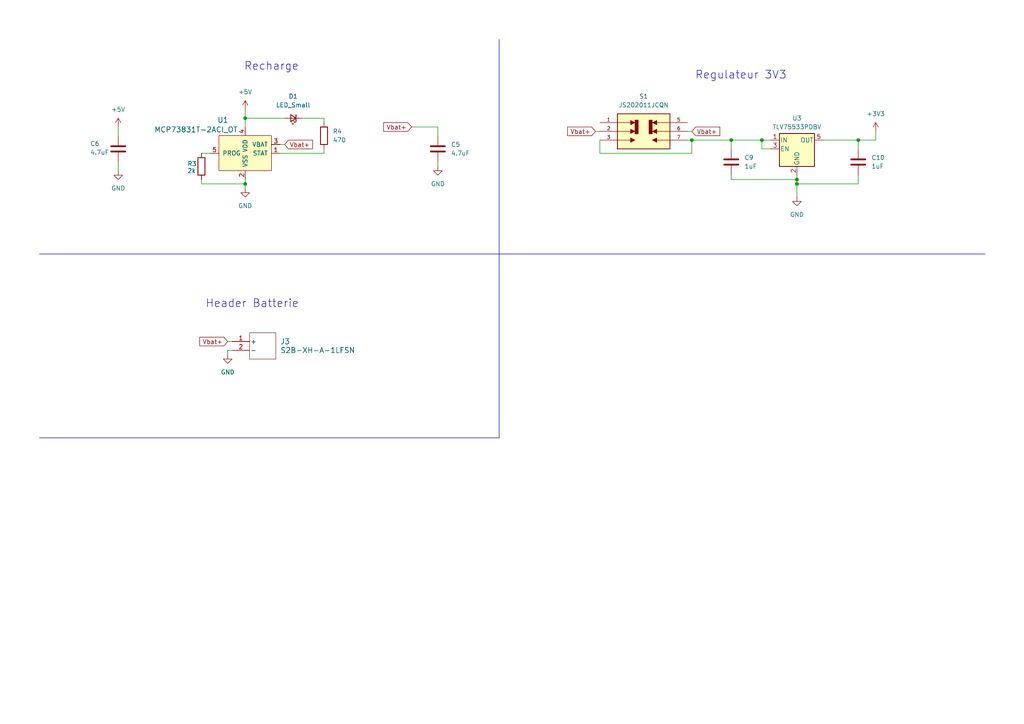
<source format=kicad_sch>
(kicad_sch
	(version 20231120)
	(generator "eeschema")
	(generator_version "8.0")
	(uuid "bc7ede68-612d-433f-943d-4b6a4b3eb8f7")
	(paper "A4")
	(lib_symbols
		(symbol "Device:C"
			(pin_numbers hide)
			(pin_names
				(offset 0.254)
			)
			(exclude_from_sim no)
			(in_bom yes)
			(on_board yes)
			(property "Reference" "C"
				(at 0.635 2.54 0)
				(effects
					(font
						(size 1.27 1.27)
					)
					(justify left)
				)
			)
			(property "Value" "C"
				(at 0.635 -2.54 0)
				(effects
					(font
						(size 1.27 1.27)
					)
					(justify left)
				)
			)
			(property "Footprint" ""
				(at 0.9652 -3.81 0)
				(effects
					(font
						(size 1.27 1.27)
					)
					(hide yes)
				)
			)
			(property "Datasheet" "~"
				(at 0 0 0)
				(effects
					(font
						(size 1.27 1.27)
					)
					(hide yes)
				)
			)
			(property "Description" "Unpolarized capacitor"
				(at 0 0 0)
				(effects
					(font
						(size 1.27 1.27)
					)
					(hide yes)
				)
			)
			(property "ki_keywords" "cap capacitor"
				(at 0 0 0)
				(effects
					(font
						(size 1.27 1.27)
					)
					(hide yes)
				)
			)
			(property "ki_fp_filters" "C_*"
				(at 0 0 0)
				(effects
					(font
						(size 1.27 1.27)
					)
					(hide yes)
				)
			)
			(symbol "C_0_1"
				(polyline
					(pts
						(xy -2.032 -0.762) (xy 2.032 -0.762)
					)
					(stroke
						(width 0.508)
						(type default)
					)
					(fill
						(type none)
					)
				)
				(polyline
					(pts
						(xy -2.032 0.762) (xy 2.032 0.762)
					)
					(stroke
						(width 0.508)
						(type default)
					)
					(fill
						(type none)
					)
				)
			)
			(symbol "C_1_1"
				(pin passive line
					(at 0 3.81 270)
					(length 2.794)
					(name "~"
						(effects
							(font
								(size 1.27 1.27)
							)
						)
					)
					(number "1"
						(effects
							(font
								(size 1.27 1.27)
							)
						)
					)
				)
				(pin passive line
					(at 0 -3.81 90)
					(length 2.794)
					(name "~"
						(effects
							(font
								(size 1.27 1.27)
							)
						)
					)
					(number "2"
						(effects
							(font
								(size 1.27 1.27)
							)
						)
					)
				)
			)
		)
		(symbol "Device:LED_Small"
			(pin_numbers hide)
			(pin_names
				(offset 0.254) hide)
			(exclude_from_sim no)
			(in_bom yes)
			(on_board yes)
			(property "Reference" "D"
				(at -1.27 3.175 0)
				(effects
					(font
						(size 1.27 1.27)
					)
					(justify left)
				)
			)
			(property "Value" "LED_Small"
				(at -4.445 -2.54 0)
				(effects
					(font
						(size 1.27 1.27)
					)
					(justify left)
				)
			)
			(property "Footprint" ""
				(at 0 0 90)
				(effects
					(font
						(size 1.27 1.27)
					)
					(hide yes)
				)
			)
			(property "Datasheet" "~"
				(at 0 0 90)
				(effects
					(font
						(size 1.27 1.27)
					)
					(hide yes)
				)
			)
			(property "Description" "Light emitting diode, small symbol"
				(at 0 0 0)
				(effects
					(font
						(size 1.27 1.27)
					)
					(hide yes)
				)
			)
			(property "ki_keywords" "LED diode light-emitting-diode"
				(at 0 0 0)
				(effects
					(font
						(size 1.27 1.27)
					)
					(hide yes)
				)
			)
			(property "ki_fp_filters" "LED* LED_SMD:* LED_THT:*"
				(at 0 0 0)
				(effects
					(font
						(size 1.27 1.27)
					)
					(hide yes)
				)
			)
			(symbol "LED_Small_0_1"
				(polyline
					(pts
						(xy -0.762 -1.016) (xy -0.762 1.016)
					)
					(stroke
						(width 0.254)
						(type default)
					)
					(fill
						(type none)
					)
				)
				(polyline
					(pts
						(xy 1.016 0) (xy -0.762 0)
					)
					(stroke
						(width 0)
						(type default)
					)
					(fill
						(type none)
					)
				)
				(polyline
					(pts
						(xy 0.762 -1.016) (xy -0.762 0) (xy 0.762 1.016) (xy 0.762 -1.016)
					)
					(stroke
						(width 0.254)
						(type default)
					)
					(fill
						(type none)
					)
				)
				(polyline
					(pts
						(xy 0 0.762) (xy -0.508 1.27) (xy -0.254 1.27) (xy -0.508 1.27) (xy -0.508 1.016)
					)
					(stroke
						(width 0)
						(type default)
					)
					(fill
						(type none)
					)
				)
				(polyline
					(pts
						(xy 0.508 1.27) (xy 0 1.778) (xy 0.254 1.778) (xy 0 1.778) (xy 0 1.524)
					)
					(stroke
						(width 0)
						(type default)
					)
					(fill
						(type none)
					)
				)
			)
			(symbol "LED_Small_1_1"
				(pin passive line
					(at -2.54 0 0)
					(length 1.778)
					(name "K"
						(effects
							(font
								(size 1.27 1.27)
							)
						)
					)
					(number "1"
						(effects
							(font
								(size 1.27 1.27)
							)
						)
					)
				)
				(pin passive line
					(at 2.54 0 180)
					(length 1.778)
					(name "A"
						(effects
							(font
								(size 1.27 1.27)
							)
						)
					)
					(number "2"
						(effects
							(font
								(size 1.27 1.27)
							)
						)
					)
				)
			)
		)
		(symbol "Device:R"
			(pin_numbers hide)
			(pin_names
				(offset 0)
			)
			(exclude_from_sim no)
			(in_bom yes)
			(on_board yes)
			(property "Reference" "R"
				(at 2.032 0 90)
				(effects
					(font
						(size 1.27 1.27)
					)
				)
			)
			(property "Value" "R"
				(at 0 0 90)
				(effects
					(font
						(size 1.27 1.27)
					)
				)
			)
			(property "Footprint" ""
				(at -1.778 0 90)
				(effects
					(font
						(size 1.27 1.27)
					)
					(hide yes)
				)
			)
			(property "Datasheet" "~"
				(at 0 0 0)
				(effects
					(font
						(size 1.27 1.27)
					)
					(hide yes)
				)
			)
			(property "Description" "Resistor"
				(at 0 0 0)
				(effects
					(font
						(size 1.27 1.27)
					)
					(hide yes)
				)
			)
			(property "ki_keywords" "R res resistor"
				(at 0 0 0)
				(effects
					(font
						(size 1.27 1.27)
					)
					(hide yes)
				)
			)
			(property "ki_fp_filters" "R_*"
				(at 0 0 0)
				(effects
					(font
						(size 1.27 1.27)
					)
					(hide yes)
				)
			)
			(symbol "R_0_1"
				(rectangle
					(start -1.016 -2.54)
					(end 1.016 2.54)
					(stroke
						(width 0.254)
						(type default)
					)
					(fill
						(type none)
					)
				)
			)
			(symbol "R_1_1"
				(pin passive line
					(at 0 3.81 270)
					(length 1.27)
					(name "~"
						(effects
							(font
								(size 1.27 1.27)
							)
						)
					)
					(number "1"
						(effects
							(font
								(size 1.27 1.27)
							)
						)
					)
				)
				(pin passive line
					(at 0 -3.81 90)
					(length 1.27)
					(name "~"
						(effects
							(font
								(size 1.27 1.27)
							)
						)
					)
					(number "2"
						(effects
							(font
								(size 1.27 1.27)
							)
						)
					)
				)
			)
		)
		(symbol "JS202011JCQN:JS202011JCQN"
			(pin_names
				(offset 1.016)
			)
			(exclude_from_sim no)
			(in_bom yes)
			(on_board yes)
			(property "Reference" "S"
				(at -7.62 6.35 0)
				(effects
					(font
						(size 1.27 1.27)
					)
					(justify left bottom)
				)
			)
			(property "Value" "JS202011JCQN"
				(at -7.62 -6.35 0)
				(effects
					(font
						(size 1.27 1.27)
					)
					(justify left top)
				)
			)
			(property "Footprint" "JS202011JCQN:SW_JS202011JCQN"
				(at 0 0 0)
				(effects
					(font
						(size 1.27 1.27)
					)
					(justify bottom)
					(hide yes)
				)
			)
			(property "Datasheet" ""
				(at 0 0 0)
				(effects
					(font
						(size 1.27 1.27)
					)
					(hide yes)
				)
			)
			(property "Description" ""
				(at 0 0 0)
				(effects
					(font
						(size 1.27 1.27)
					)
					(hide yes)
				)
			)
			(property "PARTREV" "11 Nov 19"
				(at 0 0 0)
				(effects
					(font
						(size 1.27 1.27)
					)
					(justify bottom)
					(hide yes)
				)
			)
			(property "MANUFACTURER" "C&K"
				(at 0 0 0)
				(effects
					(font
						(size 1.27 1.27)
					)
					(justify bottom)
					(hide yes)
				)
			)
			(property "MAXIMUM_PACKAGE_HEIGHT" "5.6 mm"
				(at 0 0 0)
				(effects
					(font
						(size 1.27 1.27)
					)
					(justify bottom)
					(hide yes)
				)
			)
			(property "STANDARD" "Manufacturer Recommendations"
				(at 0 0 0)
				(effects
					(font
						(size 1.27 1.27)
					)
					(justify bottom)
					(hide yes)
				)
			)
			(symbol "JS202011JCQN_0_0"
				(rectangle
					(start -7.62 -5.08)
					(end 7.62 5.08)
					(stroke
						(width 0.254)
						(type default)
					)
					(fill
						(type background)
					)
				)
				(polyline
					(pts
						(xy -7.62 -2.54) (xy -3.81 -2.54)
					)
					(stroke
						(width 0.1524)
						(type default)
					)
					(fill
						(type none)
					)
				)
				(polyline
					(pts
						(xy -7.62 0) (xy -3.81 0)
					)
					(stroke
						(width 0.1524)
						(type default)
					)
					(fill
						(type none)
					)
				)
				(polyline
					(pts
						(xy -7.62 2.54) (xy -3.81 2.54)
					)
					(stroke
						(width 0.1524)
						(type default)
					)
					(fill
						(type none)
					)
				)
				(polyline
					(pts
						(xy 7.62 -2.54) (xy 3.81 -2.54)
					)
					(stroke
						(width 0.1524)
						(type default)
					)
					(fill
						(type none)
					)
				)
				(polyline
					(pts
						(xy 7.62 0) (xy 3.81 0)
					)
					(stroke
						(width 0.1524)
						(type default)
					)
					(fill
						(type none)
					)
				)
				(polyline
					(pts
						(xy 7.62 2.54) (xy 3.81 2.54)
					)
					(stroke
						(width 0.1524)
						(type default)
					)
					(fill
						(type none)
					)
				)
				(polyline
					(pts
						(xy -3.81 -1.905) (xy -3.81 -3.175) (xy -2.54 -2.54) (xy -3.81 -1.905)
					)
					(stroke
						(width 0.1524)
						(type default)
					)
					(fill
						(type outline)
					)
				)
				(polyline
					(pts
						(xy -3.81 0.635) (xy -3.81 -0.635) (xy -2.54 0) (xy -3.81 0.635)
					)
					(stroke
						(width 0.1524)
						(type default)
					)
					(fill
						(type outline)
					)
				)
				(polyline
					(pts
						(xy -3.81 3.175) (xy -3.81 1.905) (xy -2.54 2.54) (xy -3.81 3.175)
					)
					(stroke
						(width 0.1524)
						(type default)
					)
					(fill
						(type outline)
					)
				)
				(polyline
					(pts
						(xy 3.81 -3.175) (xy 3.81 -1.905) (xy 2.54 -2.54) (xy 3.81 -3.175)
					)
					(stroke
						(width 0.1524)
						(type default)
					)
					(fill
						(type outline)
					)
				)
				(polyline
					(pts
						(xy 3.81 -0.635) (xy 3.81 0.635) (xy 2.54 0) (xy 3.81 -0.635)
					)
					(stroke
						(width 0.1524)
						(type default)
					)
					(fill
						(type outline)
					)
				)
				(polyline
					(pts
						(xy 3.81 1.905) (xy 3.81 3.175) (xy 2.54 2.54) (xy 3.81 1.905)
					)
					(stroke
						(width 0.1524)
						(type default)
					)
					(fill
						(type outline)
					)
				)
				(polyline
					(pts
						(xy -2.54 3.302) (xy -2.54 -0.762) (xy -1.524 -0.762) (xy -1.524 3.302) (xy -2.54 3.302)
					)
					(stroke
						(width 0.0254)
						(type default)
					)
					(fill
						(type outline)
					)
				)
				(polyline
					(pts
						(xy 1.524 3.302) (xy 1.524 -0.762) (xy 2.54 -0.762) (xy 2.54 3.302) (xy 1.524 3.302)
					)
					(stroke
						(width 0.0254)
						(type default)
					)
					(fill
						(type outline)
					)
				)
				(pin passive line
					(at -12.7 2.54 0)
					(length 5.08)
					(name "~"
						(effects
							(font
								(size 1.016 1.016)
							)
						)
					)
					(number "1"
						(effects
							(font
								(size 1.016 1.016)
							)
						)
					)
				)
				(pin passive line
					(at -12.7 0 0)
					(length 5.08)
					(name "~"
						(effects
							(font
								(size 1.016 1.016)
							)
						)
					)
					(number "2"
						(effects
							(font
								(size 1.016 1.016)
							)
						)
					)
				)
				(pin passive line
					(at -12.7 -2.54 0)
					(length 5.08)
					(name "~"
						(effects
							(font
								(size 1.016 1.016)
							)
						)
					)
					(number "3"
						(effects
							(font
								(size 1.016 1.016)
							)
						)
					)
				)
				(pin passive line
					(at 12.7 2.54 180)
					(length 5.08)
					(name "~"
						(effects
							(font
								(size 1.016 1.016)
							)
						)
					)
					(number "5"
						(effects
							(font
								(size 1.016 1.016)
							)
						)
					)
				)
				(pin passive line
					(at 12.7 0 180)
					(length 5.08)
					(name "~"
						(effects
							(font
								(size 1.016 1.016)
							)
						)
					)
					(number "6"
						(effects
							(font
								(size 1.016 1.016)
							)
						)
					)
				)
				(pin passive line
					(at 12.7 -2.54 180)
					(length 5.08)
					(name "~"
						(effects
							(font
								(size 1.016 1.016)
							)
						)
					)
					(number "7"
						(effects
							(font
								(size 1.016 1.016)
							)
						)
					)
				)
			)
		)
		(symbol "Regulator_Linear:TLV75533PDBV"
			(pin_names
				(offset 0.254)
			)
			(exclude_from_sim no)
			(in_bom yes)
			(on_board yes)
			(property "Reference" "U"
				(at -3.81 5.715 0)
				(effects
					(font
						(size 1.27 1.27)
					)
				)
			)
			(property "Value" "TLV75533PDBV"
				(at 0 5.715 0)
				(effects
					(font
						(size 1.27 1.27)
					)
					(justify left)
				)
			)
			(property "Footprint" "Package_TO_SOT_SMD:SOT-23-5"
				(at 0 8.255 0)
				(effects
					(font
						(size 1.27 1.27)
						(italic yes)
					)
					(hide yes)
				)
			)
			(property "Datasheet" "http://www.ti.com/lit/ds/symlink/tlv755p.pdf"
				(at 0 1.27 0)
				(effects
					(font
						(size 1.27 1.27)
					)
					(hide yes)
				)
			)
			(property "Description" "500mA Low Dropout Voltage Regulator, Fixed Output 3.3V, SOT-23-5"
				(at 0 0 0)
				(effects
					(font
						(size 1.27 1.27)
					)
					(hide yes)
				)
			)
			(property "ki_keywords" "LDO Regulator Fixed Positive"
				(at 0 0 0)
				(effects
					(font
						(size 1.27 1.27)
					)
					(hide yes)
				)
			)
			(property "ki_fp_filters" "SOT?23*"
				(at 0 0 0)
				(effects
					(font
						(size 1.27 1.27)
					)
					(hide yes)
				)
			)
			(symbol "TLV75533PDBV_0_1"
				(rectangle
					(start -5.08 4.445)
					(end 5.08 -5.08)
					(stroke
						(width 0.254)
						(type default)
					)
					(fill
						(type background)
					)
				)
			)
			(symbol "TLV75533PDBV_1_1"
				(pin power_in line
					(at -7.62 2.54 0)
					(length 2.54)
					(name "IN"
						(effects
							(font
								(size 1.27 1.27)
							)
						)
					)
					(number "1"
						(effects
							(font
								(size 1.27 1.27)
							)
						)
					)
				)
				(pin power_in line
					(at 0 -7.62 90)
					(length 2.54)
					(name "GND"
						(effects
							(font
								(size 1.27 1.27)
							)
						)
					)
					(number "2"
						(effects
							(font
								(size 1.27 1.27)
							)
						)
					)
				)
				(pin input line
					(at -7.62 0 0)
					(length 2.54)
					(name "EN"
						(effects
							(font
								(size 1.27 1.27)
							)
						)
					)
					(number "3"
						(effects
							(font
								(size 1.27 1.27)
							)
						)
					)
				)
				(pin no_connect line
					(at 5.08 0 180)
					(length 2.54) hide
					(name "NC"
						(effects
							(font
								(size 1.27 1.27)
							)
						)
					)
					(number "4"
						(effects
							(font
								(size 1.27 1.27)
							)
						)
					)
				)
				(pin power_out line
					(at 7.62 2.54 180)
					(length 2.54)
					(name "OUT"
						(effects
							(font
								(size 1.27 1.27)
							)
						)
					)
					(number "5"
						(effects
							(font
								(size 1.27 1.27)
							)
						)
					)
				)
			)
		)
		(symbol "S2B-XH-A-1:S2B-XH-A-1LFSN"
			(pin_names
				(offset 0.254)
			)
			(exclude_from_sim no)
			(in_bom yes)
			(on_board yes)
			(property "Reference" "J"
				(at 8.89 6.35 0)
				(effects
					(font
						(size 1.524 1.524)
					)
				)
			)
			(property "Value" "S2B-XH-A-1LFSN"
				(at 0 6.096 0)
				(effects
					(font
						(size 1.524 1.524)
					)
				)
			)
			(property "Footprint" "Connector_JST:JST_XH_S2B-XH-A-1_1x02_P2.50mm_Horizontal"
				(at 0.254 6.35 0)
				(effects
					(font
						(size 1.27 1.27)
						(italic yes)
					)
					(hide yes)
				)
			)
			(property "Datasheet" "S2B-XH-A-1LFSN"
				(at 0.508 6.096 0)
				(effects
					(font
						(size 1.27 1.27)
						(italic yes)
					)
					(hide yes)
				)
			)
			(property "Description" ""
				(at 0 0 0)
				(effects
					(font
						(size 1.27 1.27)
					)
					(hide yes)
				)
			)
			(property "ki_keywords" "S2B-XH-A-1(LF)(SN)"
				(at 0 0 0)
				(effects
					(font
						(size 1.27 1.27)
					)
					(hide yes)
				)
			)
			(property "ki_fp_filters" "CONN_S2B-XH-A-1LFSN_JST"
				(at 0 0 0)
				(effects
					(font
						(size 1.27 1.27)
					)
					(hide yes)
				)
			)
			(symbol "S2B-XH-A-1LFSN_1_1"
				(polyline
					(pts
						(xy 5.08 -5.08) (xy 12.7 -5.08)
					)
					(stroke
						(width 0.127)
						(type default)
					)
					(fill
						(type none)
					)
				)
				(polyline
					(pts
						(xy 5.08 2.54) (xy 5.08 -5.08)
					)
					(stroke
						(width 0.127)
						(type default)
					)
					(fill
						(type none)
					)
				)
				(polyline
					(pts
						(xy 12.7 -5.08) (xy 12.7 2.54)
					)
					(stroke
						(width 0.127)
						(type default)
					)
					(fill
						(type none)
					)
				)
				(polyline
					(pts
						(xy 12.7 2.54) (xy 5.08 2.54)
					)
					(stroke
						(width 0.127)
						(type default)
					)
					(fill
						(type none)
					)
				)
				(pin unspecified line
					(at 0 0 0)
					(length 5.08)
					(name "+"
						(effects
							(font
								(size 1.27 1.27)
							)
						)
					)
					(number "1"
						(effects
							(font
								(size 1.27 1.27)
							)
						)
					)
				)
				(pin unspecified line
					(at 0 -2.54 0)
					(length 5.08)
					(name "-"
						(effects
							(font
								(size 1.27 1.27)
							)
						)
					)
					(number "2"
						(effects
							(font
								(size 1.27 1.27)
							)
						)
					)
				)
			)
			(symbol "S2B-XH-A-1LFSN_1_2"
				(polyline
					(pts
						(xy 5.08 -5.08) (xy 12.7 -5.08)
					)
					(stroke
						(width 0.127)
						(type default)
					)
					(fill
						(type none)
					)
				)
				(polyline
					(pts
						(xy 5.08 2.54) (xy 5.08 -5.08)
					)
					(stroke
						(width 0.127)
						(type default)
					)
					(fill
						(type none)
					)
				)
				(polyline
					(pts
						(xy 7.62 -2.54) (xy 5.08 -2.54)
					)
					(stroke
						(width 0.127)
						(type default)
					)
					(fill
						(type none)
					)
				)
				(polyline
					(pts
						(xy 7.62 -2.54) (xy 8.89 -3.3867)
					)
					(stroke
						(width 0.127)
						(type default)
					)
					(fill
						(type none)
					)
				)
				(polyline
					(pts
						(xy 7.62 -2.54) (xy 8.89 -1.6933)
					)
					(stroke
						(width 0.127)
						(type default)
					)
					(fill
						(type none)
					)
				)
				(polyline
					(pts
						(xy 7.62 0) (xy 5.08 0)
					)
					(stroke
						(width 0.127)
						(type default)
					)
					(fill
						(type none)
					)
				)
				(polyline
					(pts
						(xy 7.62 0) (xy 8.89 -0.8467)
					)
					(stroke
						(width 0.127)
						(type default)
					)
					(fill
						(type none)
					)
				)
				(polyline
					(pts
						(xy 7.62 0) (xy 8.89 0.8467)
					)
					(stroke
						(width 0.127)
						(type default)
					)
					(fill
						(type none)
					)
				)
				(polyline
					(pts
						(xy 12.7 -5.08) (xy 12.7 2.54)
					)
					(stroke
						(width 0.127)
						(type default)
					)
					(fill
						(type none)
					)
				)
				(polyline
					(pts
						(xy 12.7 2.54) (xy 5.08 2.54)
					)
					(stroke
						(width 0.127)
						(type default)
					)
					(fill
						(type none)
					)
				)
				(pin unspecified line
					(at 0 0 0)
					(length 5.08)
					(name "1"
						(effects
							(font
								(size 1.27 1.27)
							)
						)
					)
					(number "1"
						(effects
							(font
								(size 1.27 1.27)
							)
						)
					)
				)
				(pin unspecified line
					(at 0 -2.54 0)
					(length 5.08)
					(name "2"
						(effects
							(font
								(size 1.27 1.27)
							)
						)
					)
					(number "2"
						(effects
							(font
								(size 1.27 1.27)
							)
						)
					)
				)
			)
		)
		(symbol "dk_PMIC-Battery-Chargers:MCP73831T-2ACI_OT"
			(pin_names
				(offset 1.016)
			)
			(exclude_from_sim no)
			(in_bom yes)
			(on_board yes)
			(property "Reference" "U"
				(at -5.08 3.556 0)
				(effects
					(font
						(size 1.524 1.524)
					)
					(justify right)
				)
			)
			(property "Value" "MCP73831T-2ACI_OT"
				(at 0.254 -8.89 0)
				(effects
					(font
						(size 1.524 1.524)
					)
					(justify left)
				)
			)
			(property "Footprint" "digikey-footprints:SOT-753"
				(at 5.08 5.08 0)
				(effects
					(font
						(size 1.524 1.524)
					)
					(justify left)
					(hide yes)
				)
			)
			(property "Datasheet" "http://ww1.microchip.com/downloads/en/DeviceDoc/20001984g.pdf"
				(at 5.08 7.62 0)
				(effects
					(font
						(size 1.524 1.524)
					)
					(justify left)
					(hide yes)
				)
			)
			(property "Description" "IC CONTROLLR LI-ION 4.2V SOT23-5"
				(at 5.08 25.4 0)
				(effects
					(font
						(size 1.524 1.524)
					)
					(justify left)
					(hide yes)
				)
			)
			(property "Digi-Key_PN" "MCP73831T-2ACI/OTCT-ND"
				(at 5.08 10.16 0)
				(effects
					(font
						(size 1.524 1.524)
					)
					(justify left)
					(hide yes)
				)
			)
			(property "MPN" "MCP73831T-2ACI/OT"
				(at 5.08 12.7 0)
				(effects
					(font
						(size 1.524 1.524)
					)
					(justify left)
					(hide yes)
				)
			)
			(property "Category" "Integrated Circuits (ICs)"
				(at 5.08 15.24 0)
				(effects
					(font
						(size 1.524 1.524)
					)
					(justify left)
					(hide yes)
				)
			)
			(property "Family" "PMIC - Battery Chargers"
				(at 5.08 17.78 0)
				(effects
					(font
						(size 1.524 1.524)
					)
					(justify left)
					(hide yes)
				)
			)
			(property "DK_Datasheet_Link" "http://ww1.microchip.com/downloads/en/DeviceDoc/20001984g.pdf"
				(at 5.08 20.32 0)
				(effects
					(font
						(size 1.524 1.524)
					)
					(justify left)
					(hide yes)
				)
			)
			(property "DK_Detail_Page" "/product-detail/en/microchip-technology/MCP73831T-2ACI-OT/MCP73831T-2ACI-OTCT-ND/1979802"
				(at 5.08 22.86 0)
				(effects
					(font
						(size 1.524 1.524)
					)
					(justify left)
					(hide yes)
				)
			)
			(property "Manufacturer" "Microchip Technology"
				(at 5.08 27.94 0)
				(effects
					(font
						(size 1.524 1.524)
					)
					(justify left)
					(hide yes)
				)
			)
			(property "Status" "Active"
				(at 5.08 30.48 0)
				(effects
					(font
						(size 1.524 1.524)
					)
					(justify left)
					(hide yes)
				)
			)
			(property "ki_keywords" "MCP73831T-2ACI/OTCT-ND"
				(at 0 0 0)
				(effects
					(font
						(size 1.27 1.27)
					)
					(hide yes)
				)
			)
			(symbol "MCP73831T-2ACI_OT_0_1"
				(rectangle
					(start 7.62 2.54)
					(end -7.62 -7.62)
					(stroke
						(width 0)
						(type default)
					)
					(fill
						(type background)
					)
				)
			)
			(symbol "MCP73831T-2ACI_OT_1_1"
				(pin output line
					(at 10.16 -2.54 180)
					(length 2.54)
					(name "STAT"
						(effects
							(font
								(size 1.27 1.27)
							)
						)
					)
					(number "1"
						(effects
							(font
								(size 1.27 1.27)
							)
						)
					)
				)
				(pin power_in line
					(at 0 -10.16 90)
					(length 2.54)
					(name "VSS"
						(effects
							(font
								(size 1.27 1.27)
							)
						)
					)
					(number "2"
						(effects
							(font
								(size 1.27 1.27)
							)
						)
					)
				)
				(pin power_out line
					(at 10.16 0 180)
					(length 2.54)
					(name "VBAT"
						(effects
							(font
								(size 1.27 1.27)
							)
						)
					)
					(number "3"
						(effects
							(font
								(size 1.27 1.27)
							)
						)
					)
				)
				(pin power_in line
					(at 0 5.08 270)
					(length 2.54)
					(name "VDD"
						(effects
							(font
								(size 1.27 1.27)
							)
						)
					)
					(number "4"
						(effects
							(font
								(size 1.27 1.27)
							)
						)
					)
				)
				(pin input line
					(at -10.16 -2.54 0)
					(length 2.54)
					(name "PROG"
						(effects
							(font
								(size 1.27 1.27)
							)
						)
					)
					(number "5"
						(effects
							(font
								(size 1.27 1.27)
							)
						)
					)
				)
			)
		)
		(symbol "power:+3V3"
			(power)
			(pin_numbers hide)
			(pin_names
				(offset 0) hide)
			(exclude_from_sim no)
			(in_bom yes)
			(on_board yes)
			(property "Reference" "#PWR"
				(at 0 -3.81 0)
				(effects
					(font
						(size 1.27 1.27)
					)
					(hide yes)
				)
			)
			(property "Value" "+3V3"
				(at 0 3.556 0)
				(effects
					(font
						(size 1.27 1.27)
					)
				)
			)
			(property "Footprint" ""
				(at 0 0 0)
				(effects
					(font
						(size 1.27 1.27)
					)
					(hide yes)
				)
			)
			(property "Datasheet" ""
				(at 0 0 0)
				(effects
					(font
						(size 1.27 1.27)
					)
					(hide yes)
				)
			)
			(property "Description" "Power symbol creates a global label with name \"+3V3\""
				(at 0 0 0)
				(effects
					(font
						(size 1.27 1.27)
					)
					(hide yes)
				)
			)
			(property "ki_keywords" "global power"
				(at 0 0 0)
				(effects
					(font
						(size 1.27 1.27)
					)
					(hide yes)
				)
			)
			(symbol "+3V3_0_1"
				(polyline
					(pts
						(xy -0.762 1.27) (xy 0 2.54)
					)
					(stroke
						(width 0)
						(type default)
					)
					(fill
						(type none)
					)
				)
				(polyline
					(pts
						(xy 0 0) (xy 0 2.54)
					)
					(stroke
						(width 0)
						(type default)
					)
					(fill
						(type none)
					)
				)
				(polyline
					(pts
						(xy 0 2.54) (xy 0.762 1.27)
					)
					(stroke
						(width 0)
						(type default)
					)
					(fill
						(type none)
					)
				)
			)
			(symbol "+3V3_1_1"
				(pin power_in line
					(at 0 0 90)
					(length 0)
					(name "~"
						(effects
							(font
								(size 1.27 1.27)
							)
						)
					)
					(number "1"
						(effects
							(font
								(size 1.27 1.27)
							)
						)
					)
				)
			)
		)
		(symbol "power:+5V"
			(power)
			(pin_numbers hide)
			(pin_names
				(offset 0) hide)
			(exclude_from_sim no)
			(in_bom yes)
			(on_board yes)
			(property "Reference" "#PWR"
				(at 0 -3.81 0)
				(effects
					(font
						(size 1.27 1.27)
					)
					(hide yes)
				)
			)
			(property "Value" "+5V"
				(at 0 3.556 0)
				(effects
					(font
						(size 1.27 1.27)
					)
				)
			)
			(property "Footprint" ""
				(at 0 0 0)
				(effects
					(font
						(size 1.27 1.27)
					)
					(hide yes)
				)
			)
			(property "Datasheet" ""
				(at 0 0 0)
				(effects
					(font
						(size 1.27 1.27)
					)
					(hide yes)
				)
			)
			(property "Description" "Power symbol creates a global label with name \"+5V\""
				(at 0 0 0)
				(effects
					(font
						(size 1.27 1.27)
					)
					(hide yes)
				)
			)
			(property "ki_keywords" "global power"
				(at 0 0 0)
				(effects
					(font
						(size 1.27 1.27)
					)
					(hide yes)
				)
			)
			(symbol "+5V_0_1"
				(polyline
					(pts
						(xy -0.762 1.27) (xy 0 2.54)
					)
					(stroke
						(width 0)
						(type default)
					)
					(fill
						(type none)
					)
				)
				(polyline
					(pts
						(xy 0 0) (xy 0 2.54)
					)
					(stroke
						(width 0)
						(type default)
					)
					(fill
						(type none)
					)
				)
				(polyline
					(pts
						(xy 0 2.54) (xy 0.762 1.27)
					)
					(stroke
						(width 0)
						(type default)
					)
					(fill
						(type none)
					)
				)
			)
			(symbol "+5V_1_1"
				(pin power_in line
					(at 0 0 90)
					(length 0)
					(name "~"
						(effects
							(font
								(size 1.27 1.27)
							)
						)
					)
					(number "1"
						(effects
							(font
								(size 1.27 1.27)
							)
						)
					)
				)
			)
		)
		(symbol "power:GND"
			(power)
			(pin_numbers hide)
			(pin_names
				(offset 0) hide)
			(exclude_from_sim no)
			(in_bom yes)
			(on_board yes)
			(property "Reference" "#PWR"
				(at 0 -6.35 0)
				(effects
					(font
						(size 1.27 1.27)
					)
					(hide yes)
				)
			)
			(property "Value" "GND"
				(at 0 -3.81 0)
				(effects
					(font
						(size 1.27 1.27)
					)
				)
			)
			(property "Footprint" ""
				(at 0 0 0)
				(effects
					(font
						(size 1.27 1.27)
					)
					(hide yes)
				)
			)
			(property "Datasheet" ""
				(at 0 0 0)
				(effects
					(font
						(size 1.27 1.27)
					)
					(hide yes)
				)
			)
			(property "Description" "Power symbol creates a global label with name \"GND\" , ground"
				(at 0 0 0)
				(effects
					(font
						(size 1.27 1.27)
					)
					(hide yes)
				)
			)
			(property "ki_keywords" "global power"
				(at 0 0 0)
				(effects
					(font
						(size 1.27 1.27)
					)
					(hide yes)
				)
			)
			(symbol "GND_0_1"
				(polyline
					(pts
						(xy 0 0) (xy 0 -1.27) (xy 1.27 -1.27) (xy 0 -2.54) (xy -1.27 -1.27) (xy 0 -1.27)
					)
					(stroke
						(width 0)
						(type default)
					)
					(fill
						(type none)
					)
				)
			)
			(symbol "GND_1_1"
				(pin power_in line
					(at 0 0 270)
					(length 0)
					(name "~"
						(effects
							(font
								(size 1.27 1.27)
							)
						)
					)
					(number "1"
						(effects
							(font
								(size 1.27 1.27)
							)
						)
					)
				)
			)
		)
	)
	(junction
		(at 220.98 40.64)
		(diameter 0)
		(color 0 0 0 0)
		(uuid "0a50d6e0-5082-4eb5-80be-a212aac91c03")
	)
	(junction
		(at 212.09 40.64)
		(diameter 0)
		(color 0 0 0 0)
		(uuid "22bf2086-1d9d-4ce1-8595-d193e7fad1d0")
	)
	(junction
		(at 231.14 53.34)
		(diameter 0)
		(color 0 0 0 0)
		(uuid "5285fe7b-c3dc-480f-9210-752b61a569d8")
	)
	(junction
		(at 248.92 40.64)
		(diameter 0)
		(color 0 0 0 0)
		(uuid "72fdf795-1ea1-44a7-924f-767cfa68adca")
	)
	(junction
		(at 231.14 52.07)
		(diameter 0)
		(color 0 0 0 0)
		(uuid "7d051954-d2d5-473b-9b8c-3594bde895c9")
	)
	(junction
		(at 71.12 34.29)
		(diameter 0)
		(color 0 0 0 0)
		(uuid "ba521241-9cbc-4527-98cf-9988d7385627")
	)
	(junction
		(at 200.66 40.64)
		(diameter 0)
		(color 0 0 0 0)
		(uuid "cf2c2f03-8bfe-47f9-91dd-9e5565d5134e")
	)
	(junction
		(at 71.12 53.34)
		(diameter 0)
		(color 0 0 0 0)
		(uuid "d8c9bd59-d7a8-4b38-bfc8-4131ababf049")
	)
	(wire
		(pts
			(xy 71.12 31.75) (xy 71.12 34.29)
		)
		(stroke
			(width 0)
			(type default)
		)
		(uuid "06e1fc30-0065-46b5-b5f0-77c0be1cfedc")
	)
	(wire
		(pts
			(xy 81.28 41.91) (xy 82.55 41.91)
		)
		(stroke
			(width 0)
			(type default)
		)
		(uuid "0bfcd98d-2809-498f-b37f-34a96f49c51d")
	)
	(wire
		(pts
			(xy 58.42 53.34) (xy 71.12 53.34)
		)
		(stroke
			(width 0)
			(type default)
		)
		(uuid "0dbb0359-2dc0-4cd3-ba95-7ec76db4f30e")
	)
	(wire
		(pts
			(xy 119.38 36.83) (xy 127 36.83)
		)
		(stroke
			(width 0)
			(type default)
		)
		(uuid "182eed17-7ee9-49b7-80d2-c4d10ea7621d")
	)
	(wire
		(pts
			(xy 58.42 44.45) (xy 60.96 44.45)
		)
		(stroke
			(width 0)
			(type default)
		)
		(uuid "185527cd-04fc-4be4-b87c-c8c1bb769033")
	)
	(polyline
		(pts
			(xy 144.78 11.43) (xy 144.78 73.66)
		)
		(stroke
			(width 0)
			(type default)
		)
		(uuid "18b08e4e-7590-457e-93a5-384b3a02e7cc")
	)
	(wire
		(pts
			(xy 254 40.64) (xy 248.92 40.64)
		)
		(stroke
			(width 0)
			(type default)
		)
		(uuid "1ad1f2e7-24b7-4587-9f2d-3732975681de")
	)
	(wire
		(pts
			(xy 254 38.1) (xy 254 40.64)
		)
		(stroke
			(width 0)
			(type default)
		)
		(uuid "23e4d500-d6ad-4cc5-81cd-f80434b9bff8")
	)
	(wire
		(pts
			(xy 71.12 53.34) (xy 71.12 52.07)
		)
		(stroke
			(width 0)
			(type default)
		)
		(uuid "2d14baa8-9b70-4940-b030-dba5bb8fed2c")
	)
	(wire
		(pts
			(xy 212.09 52.07) (xy 231.14 52.07)
		)
		(stroke
			(width 0)
			(type default)
		)
		(uuid "2fa22431-749b-4eea-af7c-68832a58f2b2")
	)
	(wire
		(pts
			(xy 231.14 52.07) (xy 231.14 53.34)
		)
		(stroke
			(width 0)
			(type default)
		)
		(uuid "37fd5ea5-ba34-4de3-96dd-09c27511558c")
	)
	(wire
		(pts
			(xy 34.29 46.99) (xy 34.29 49.53)
		)
		(stroke
			(width 0)
			(type default)
		)
		(uuid "39dd884e-ab34-4080-b2ee-b3b7f28ce71b")
	)
	(wire
		(pts
			(xy 172.72 38.1) (xy 173.99 38.1)
		)
		(stroke
			(width 0)
			(type default)
		)
		(uuid "3aaa063e-adb6-4b56-aba5-34daeb42f877")
	)
	(wire
		(pts
			(xy 212.09 52.07) (xy 212.09 50.8)
		)
		(stroke
			(width 0)
			(type default)
		)
		(uuid "3cd1faf0-a98b-4dca-9382-b79ddeccdf1d")
	)
	(wire
		(pts
			(xy 200.66 44.45) (xy 200.66 40.64)
		)
		(stroke
			(width 0)
			(type default)
		)
		(uuid "4598ba94-1a97-4fd7-b7ef-0acf71c9d8d0")
	)
	(wire
		(pts
			(xy 71.12 34.29) (xy 82.55 34.29)
		)
		(stroke
			(width 0)
			(type default)
		)
		(uuid "48b92092-1e09-4d5e-9920-96f123c5a3f8")
	)
	(wire
		(pts
			(xy 67.31 101.6) (xy 66.04 101.6)
		)
		(stroke
			(width 0)
			(type default)
		)
		(uuid "4b67862f-66fd-48f2-953e-a49091f9f0ad")
	)
	(wire
		(pts
			(xy 93.98 44.45) (xy 93.98 43.18)
		)
		(stroke
			(width 0)
			(type default)
		)
		(uuid "539fb3f9-a966-4de5-9285-2b489fa6a27c")
	)
	(wire
		(pts
			(xy 223.52 43.18) (xy 220.98 43.18)
		)
		(stroke
			(width 0)
			(type default)
		)
		(uuid "5f18cbe5-bd10-40cd-9143-9f9dceaafeed")
	)
	(wire
		(pts
			(xy 34.29 36.83) (xy 34.29 39.37)
		)
		(stroke
			(width 0)
			(type default)
		)
		(uuid "607a1ed5-8de1-4121-9b87-e0f39ce8cede")
	)
	(polyline
		(pts
			(xy 144.78 73.66) (xy 144.78 127)
		)
		(stroke
			(width 0)
			(type default)
		)
		(uuid "6c36a939-d51b-4562-9a41-3d3f4821c6c8")
	)
	(wire
		(pts
			(xy 66.04 101.6) (xy 66.04 102.87)
		)
		(stroke
			(width 0)
			(type default)
		)
		(uuid "6f6f6835-4164-4eb6-a86c-aeed7391370b")
	)
	(wire
		(pts
			(xy 248.92 53.34) (xy 248.92 50.8)
		)
		(stroke
			(width 0)
			(type default)
		)
		(uuid "6f9aa60a-cb94-4734-bef0-edbf025d61b6")
	)
	(polyline
		(pts
			(xy 11.43 127) (xy 144.78 127)
		)
		(stroke
			(width 0)
			(type default)
		)
		(uuid "715dfe52-b9f4-4b61-b08e-ce756ccb58cd")
	)
	(wire
		(pts
			(xy 87.63 34.29) (xy 93.98 34.29)
		)
		(stroke
			(width 0)
			(type default)
		)
		(uuid "71884d80-a3d7-432e-94b2-afcd5757c938")
	)
	(wire
		(pts
			(xy 127 46.99) (xy 127 48.26)
		)
		(stroke
			(width 0)
			(type default)
		)
		(uuid "725937ee-fa42-46af-a5da-6695ef48383a")
	)
	(wire
		(pts
			(xy 173.99 44.45) (xy 200.66 44.45)
		)
		(stroke
			(width 0)
			(type default)
		)
		(uuid "762447f4-d868-48ff-811a-7b2bc2436aeb")
	)
	(wire
		(pts
			(xy 71.12 53.34) (xy 71.12 54.61)
		)
		(stroke
			(width 0)
			(type default)
		)
		(uuid "77e149b7-5e10-4519-b712-083031251d1a")
	)
	(wire
		(pts
			(xy 231.14 53.34) (xy 248.92 53.34)
		)
		(stroke
			(width 0)
			(type default)
		)
		(uuid "804d9f86-9285-40b4-bc61-754fe8257e24")
	)
	(wire
		(pts
			(xy 220.98 43.18) (xy 220.98 40.64)
		)
		(stroke
			(width 0)
			(type default)
		)
		(uuid "825d2e7a-eec7-4e38-ad92-c5051df96381")
	)
	(wire
		(pts
			(xy 220.98 40.64) (xy 223.52 40.64)
		)
		(stroke
			(width 0)
			(type default)
		)
		(uuid "8d80cad6-d588-4718-819f-1fa73fe62372")
	)
	(wire
		(pts
			(xy 231.14 50.8) (xy 231.14 52.07)
		)
		(stroke
			(width 0)
			(type default)
		)
		(uuid "8ecaa141-c686-4a40-b822-31d36ecc5ebd")
	)
	(polyline
		(pts
			(xy 11.43 73.66) (xy 285.75 73.66)
		)
		(stroke
			(width 0)
			(type default)
		)
		(uuid "9af849de-f893-46da-b165-912f31482536")
	)
	(wire
		(pts
			(xy 173.99 40.64) (xy 173.99 44.45)
		)
		(stroke
			(width 0)
			(type default)
		)
		(uuid "9e686f21-bd94-4185-9ea5-c90c399b3ba7")
	)
	(wire
		(pts
			(xy 248.92 40.64) (xy 238.76 40.64)
		)
		(stroke
			(width 0)
			(type default)
		)
		(uuid "9fd65783-2dd2-49af-821e-1aea22983ff5")
	)
	(wire
		(pts
			(xy 199.39 38.1) (xy 200.66 38.1)
		)
		(stroke
			(width 0)
			(type default)
		)
		(uuid "a14a70f1-a486-4af7-ae8b-4921698bc12a")
	)
	(wire
		(pts
			(xy 93.98 35.56) (xy 93.98 34.29)
		)
		(stroke
			(width 0)
			(type default)
		)
		(uuid "a1648565-5122-4961-87e5-9b65d8c57188")
	)
	(wire
		(pts
			(xy 127 36.83) (xy 127 39.37)
		)
		(stroke
			(width 0)
			(type default)
		)
		(uuid "abb738ef-19f2-4360-a9cd-bad25abf8bd4")
	)
	(wire
		(pts
			(xy 200.66 40.64) (xy 212.09 40.64)
		)
		(stroke
			(width 0)
			(type default)
		)
		(uuid "b66df2f9-2ecc-40c8-8cc0-8d5d8a1e1d71")
	)
	(wire
		(pts
			(xy 199.39 40.64) (xy 200.66 40.64)
		)
		(stroke
			(width 0)
			(type default)
		)
		(uuid "c0f4c801-a73d-4dc1-a57c-68cd122830b1")
	)
	(wire
		(pts
			(xy 212.09 43.18) (xy 212.09 40.64)
		)
		(stroke
			(width 0)
			(type default)
		)
		(uuid "c4862bde-45ef-4646-a0d9-8eb59e7adfb9")
	)
	(wire
		(pts
			(xy 71.12 34.29) (xy 71.12 36.83)
		)
		(stroke
			(width 0)
			(type default)
		)
		(uuid "d616fdc0-089c-4f08-bc35-7fc839857cea")
	)
	(wire
		(pts
			(xy 248.92 43.18) (xy 248.92 40.64)
		)
		(stroke
			(width 0)
			(type default)
		)
		(uuid "d6c844f4-2f75-4a7f-8e57-02241e97502f")
	)
	(wire
		(pts
			(xy 81.28 44.45) (xy 93.98 44.45)
		)
		(stroke
			(width 0)
			(type default)
		)
		(uuid "d8a11c82-62ce-421d-8f1b-7c55cef02ab6")
	)
	(wire
		(pts
			(xy 66.04 99.06) (xy 67.31 99.06)
		)
		(stroke
			(width 0)
			(type default)
		)
		(uuid "e9fe551e-2ff0-4493-bd77-4b44bf560c61")
	)
	(wire
		(pts
			(xy 212.09 40.64) (xy 220.98 40.64)
		)
		(stroke
			(width 0)
			(type default)
		)
		(uuid "eb018ad6-f88c-43da-b5c8-35b2fa7b9707")
	)
	(wire
		(pts
			(xy 231.14 53.34) (xy 231.14 57.15)
		)
		(stroke
			(width 0)
			(type default)
		)
		(uuid "ed83c0ae-0a35-4a46-bad8-cb69b95b260c")
	)
	(wire
		(pts
			(xy 58.42 53.34) (xy 58.42 52.07)
		)
		(stroke
			(width 0)
			(type default)
		)
		(uuid "fd99ecba-1d0c-4f60-9ded-58313504a8cb")
	)
	(text "Header Batterie"
		(exclude_from_sim no)
		(at 73.152 88.138 0)
		(effects
			(font
				(size 2.286 2.286)
			)
		)
		(uuid "bb88c366-5c8d-47ed-822c-7b5b68790160")
	)
	(text "Regulateur 3V3\n"
		(exclude_from_sim no)
		(at 214.884 21.844 0)
		(effects
			(font
				(size 2.286 2.286)
			)
		)
		(uuid "e38f5c75-6cce-46b6-be1b-8f68ee16725f")
	)
	(text "Recharge"
		(exclude_from_sim no)
		(at 78.74 19.304 0)
		(effects
			(font
				(size 2.286 2.286)
			)
		)
		(uuid "f352d998-f7c4-44c9-a48d-1f5af13e0b08")
	)
	(global_label "Vbat+"
		(shape input)
		(at 82.55 41.91 0)
		(fields_autoplaced yes)
		(effects
			(font
				(size 1.27 1.27)
			)
			(justify left)
		)
		(uuid "00e14a50-042a-4862-8205-24d3a471b626")
		(property "Intersheetrefs" "${INTERSHEET_REFS}"
			(at 91.2199 41.91 0)
			(effects
				(font
					(size 1.27 1.27)
				)
				(justify left)
				(hide yes)
			)
		)
	)
	(global_label "Vbat+"
		(shape input)
		(at 66.04 99.06 180)
		(fields_autoplaced yes)
		(effects
			(font
				(size 1.27 1.27)
			)
			(justify right)
		)
		(uuid "2c2f6228-18fb-4e34-8569-8f95f8b88443")
		(property "Intersheetrefs" "${INTERSHEET_REFS}"
			(at 57.3701 99.06 0)
			(effects
				(font
					(size 1.27 1.27)
				)
				(justify right)
				(hide yes)
			)
		)
	)
	(global_label "Vbat+"
		(shape input)
		(at 200.66 38.1 0)
		(fields_autoplaced yes)
		(effects
			(font
				(size 1.27 1.27)
			)
			(justify left)
		)
		(uuid "2de79ecb-3cfd-4e79-93b9-60df9de11d53")
		(property "Intersheetrefs" "${INTERSHEET_REFS}"
			(at 209.3299 38.1 0)
			(effects
				(font
					(size 1.27 1.27)
				)
				(justify left)
				(hide yes)
			)
		)
	)
	(global_label "Vbat+"
		(shape input)
		(at 119.38 36.83 180)
		(fields_autoplaced yes)
		(effects
			(font
				(size 1.27 1.27)
			)
			(justify right)
		)
		(uuid "ac36ca4b-366c-4a4f-bea0-76921e10c189")
		(property "Intersheetrefs" "${INTERSHEET_REFS}"
			(at 110.7101 36.83 0)
			(effects
				(font
					(size 1.27 1.27)
				)
				(justify right)
				(hide yes)
			)
		)
	)
	(global_label "Vbat+"
		(shape input)
		(at 172.72 38.1 180)
		(fields_autoplaced yes)
		(effects
			(font
				(size 1.27 1.27)
			)
			(justify right)
		)
		(uuid "d1ce728b-5669-4b4e-8c67-89b6d61e7ac6")
		(property "Intersheetrefs" "${INTERSHEET_REFS}"
			(at 164.0501 38.1 0)
			(effects
				(font
					(size 1.27 1.27)
				)
				(justify right)
				(hide yes)
			)
		)
	)
	(symbol
		(lib_id "S2B-XH-A-1:S2B-XH-A-1LFSN")
		(at 67.31 99.06 0)
		(unit 1)
		(exclude_from_sim no)
		(in_bom yes)
		(on_board yes)
		(dnp no)
		(fields_autoplaced yes)
		(uuid "118c3bdc-02d7-4787-a195-6321d32bfbee")
		(property "Reference" "J3"
			(at 81.28 99.0599 0)
			(effects
				(font
					(size 1.524 1.524)
				)
				(justify left)
			)
		)
		(property "Value" "S2B-XH-A-1LFSN"
			(at 81.28 101.5999 0)
			(effects
				(font
					(size 1.524 1.524)
				)
				(justify left)
			)
		)
		(property "Footprint" "Connector_JST:JST_XH_S2B-XH-A-1_1x02_P2.50mm_Horizontal"
			(at 67.564 92.71 0)
			(effects
				(font
					(size 1.27 1.27)
					(italic yes)
				)
				(hide yes)
			)
		)
		(property "Datasheet" "S2B-XH-A-1LFSN"
			(at 67.818 92.964 0)
			(effects
				(font
					(size 1.27 1.27)
					(italic yes)
				)
				(hide yes)
			)
		)
		(property "Description" ""
			(at 67.31 99.06 0)
			(effects
				(font
					(size 1.27 1.27)
				)
				(hide yes)
			)
		)
		(pin "1"
			(uuid "cd56d905-4f9a-42a6-897e-3b5038efb58a")
		)
		(pin "2"
			(uuid "607e540d-1d45-431f-84d0-f7fd6f6b81e6")
		)
		(instances
			(project "PCB_Ruler_V1_2024"
				(path "/e39575e5-bba1-47dc-9ccf-32a84e6da237/4bf8cdd1-6def-4ef5-937e-6e175da6cdd6"
					(reference "J3")
					(unit 1)
				)
			)
		)
	)
	(symbol
		(lib_id "power:+3V3")
		(at 254 38.1 0)
		(unit 1)
		(exclude_from_sim no)
		(in_bom yes)
		(on_board yes)
		(dnp no)
		(fields_autoplaced yes)
		(uuid "15be12d8-6135-42af-8ae8-efb023125185")
		(property "Reference" "#PWR026"
			(at 254 41.91 0)
			(effects
				(font
					(size 1.27 1.27)
				)
				(hide yes)
			)
		)
		(property "Value" "+3V3"
			(at 254 33.02 0)
			(effects
				(font
					(size 1.27 1.27)
				)
			)
		)
		(property "Footprint" ""
			(at 254 38.1 0)
			(effects
				(font
					(size 1.27 1.27)
				)
				(hide yes)
			)
		)
		(property "Datasheet" ""
			(at 254 38.1 0)
			(effects
				(font
					(size 1.27 1.27)
				)
				(hide yes)
			)
		)
		(property "Description" "Power symbol creates a global label with name \"+3V3\""
			(at 254 38.1 0)
			(effects
				(font
					(size 1.27 1.27)
				)
				(hide yes)
			)
		)
		(pin "1"
			(uuid "a38e8eb8-4f9f-4274-ba12-4e6f2bce21f4")
		)
		(instances
			(project "PCB_Ruler_V1_2024"
				(path "/e39575e5-bba1-47dc-9ccf-32a84e6da237/4bf8cdd1-6def-4ef5-937e-6e175da6cdd6"
					(reference "#PWR026")
					(unit 1)
				)
			)
		)
	)
	(symbol
		(lib_id "Device:C")
		(at 248.92 46.99 0)
		(unit 1)
		(exclude_from_sim no)
		(in_bom yes)
		(on_board yes)
		(dnp no)
		(fields_autoplaced yes)
		(uuid "2abf6aac-21b2-44bd-a6e5-a2e2862309c6")
		(property "Reference" "C10"
			(at 252.73 45.7199 0)
			(effects
				(font
					(size 1.27 1.27)
				)
				(justify left)
			)
		)
		(property "Value" "1uF"
			(at 252.73 48.2599 0)
			(effects
				(font
					(size 1.27 1.27)
				)
				(justify left)
			)
		)
		(property "Footprint" ""
			(at 249.8852 50.8 0)
			(effects
				(font
					(size 1.27 1.27)
				)
				(hide yes)
			)
		)
		(property "Datasheet" "~"
			(at 248.92 46.99 0)
			(effects
				(font
					(size 1.27 1.27)
				)
				(hide yes)
			)
		)
		(property "Description" "Unpolarized capacitor"
			(at 248.92 46.99 0)
			(effects
				(font
					(size 1.27 1.27)
				)
				(hide yes)
			)
		)
		(pin "1"
			(uuid "be597734-cb2f-4f80-a1f9-86813f070d15")
		)
		(pin "2"
			(uuid "3f1f4c01-f8d5-4041-b7fc-56f266764228")
		)
		(instances
			(project "PCB_Ruler_V1_2024"
				(path "/e39575e5-bba1-47dc-9ccf-32a84e6da237/4bf8cdd1-6def-4ef5-937e-6e175da6cdd6"
					(reference "C10")
					(unit 1)
				)
			)
		)
	)
	(symbol
		(lib_id "power:GND")
		(at 231.14 57.15 0)
		(unit 1)
		(exclude_from_sim no)
		(in_bom yes)
		(on_board yes)
		(dnp no)
		(fields_autoplaced yes)
		(uuid "38b40517-c316-4f09-9ec9-0e57a1628cba")
		(property "Reference" "#PWR024"
			(at 231.14 63.5 0)
			(effects
				(font
					(size 1.27 1.27)
				)
				(hide yes)
			)
		)
		(property "Value" "GND"
			(at 231.14 62.23 0)
			(effects
				(font
					(size 1.27 1.27)
				)
			)
		)
		(property "Footprint" ""
			(at 231.14 57.15 0)
			(effects
				(font
					(size 1.27 1.27)
				)
				(hide yes)
			)
		)
		(property "Datasheet" ""
			(at 231.14 57.15 0)
			(effects
				(font
					(size 1.27 1.27)
				)
				(hide yes)
			)
		)
		(property "Description" "Power symbol creates a global label with name \"GND\" , ground"
			(at 231.14 57.15 0)
			(effects
				(font
					(size 1.27 1.27)
				)
				(hide yes)
			)
		)
		(pin "1"
			(uuid "a16bceb2-32e0-402c-886c-8221f62e3427")
		)
		(instances
			(project "PCB_Ruler_V1_2024"
				(path "/e39575e5-bba1-47dc-9ccf-32a84e6da237/4bf8cdd1-6def-4ef5-937e-6e175da6cdd6"
					(reference "#PWR024")
					(unit 1)
				)
			)
		)
	)
	(symbol
		(lib_id "Device:C")
		(at 127 43.18 0)
		(unit 1)
		(exclude_from_sim no)
		(in_bom yes)
		(on_board yes)
		(dnp no)
		(fields_autoplaced yes)
		(uuid "462fa51d-2475-460b-b4ae-9513794dfbca")
		(property "Reference" "C5"
			(at 130.81 41.9099 0)
			(effects
				(font
					(size 1.27 1.27)
				)
				(justify left)
			)
		)
		(property "Value" "4.7uF"
			(at 130.81 44.4499 0)
			(effects
				(font
					(size 1.27 1.27)
				)
				(justify left)
			)
		)
		(property "Footprint" ""
			(at 127.9652 46.99 0)
			(effects
				(font
					(size 1.27 1.27)
				)
				(hide yes)
			)
		)
		(property "Datasheet" "~"
			(at 127 43.18 0)
			(effects
				(font
					(size 1.27 1.27)
				)
				(hide yes)
			)
		)
		(property "Description" "Unpolarized capacitor"
			(at 127 43.18 0)
			(effects
				(font
					(size 1.27 1.27)
				)
				(hide yes)
			)
		)
		(pin "1"
			(uuid "078d0fa9-8c6d-43e8-ba87-daef4cef5081")
		)
		(pin "2"
			(uuid "26938adb-6355-4f45-bc54-e9c7d3c7a303")
		)
		(instances
			(project "PCB_Ruler_V1_2024"
				(path "/e39575e5-bba1-47dc-9ccf-32a84e6da237/4bf8cdd1-6def-4ef5-937e-6e175da6cdd6"
					(reference "C5")
					(unit 1)
				)
			)
		)
	)
	(symbol
		(lib_id "power:GND")
		(at 34.29 49.53 0)
		(unit 1)
		(exclude_from_sim no)
		(in_bom yes)
		(on_board yes)
		(dnp no)
		(fields_autoplaced yes)
		(uuid "47dde76c-fee9-4168-93a9-5094075a71e0")
		(property "Reference" "#PWR015"
			(at 34.29 55.88 0)
			(effects
				(font
					(size 1.27 1.27)
				)
				(hide yes)
			)
		)
		(property "Value" "GND"
			(at 34.29 54.61 0)
			(effects
				(font
					(size 1.27 1.27)
				)
			)
		)
		(property "Footprint" ""
			(at 34.29 49.53 0)
			(effects
				(font
					(size 1.27 1.27)
				)
				(hide yes)
			)
		)
		(property "Datasheet" ""
			(at 34.29 49.53 0)
			(effects
				(font
					(size 1.27 1.27)
				)
				(hide yes)
			)
		)
		(property "Description" "Power symbol creates a global label with name \"GND\" , ground"
			(at 34.29 49.53 0)
			(effects
				(font
					(size 1.27 1.27)
				)
				(hide yes)
			)
		)
		(pin "1"
			(uuid "62e148b2-0a7f-40dc-aeef-72277690b8d7")
		)
		(instances
			(project "PCB_Ruler_V1_2024"
				(path "/e39575e5-bba1-47dc-9ccf-32a84e6da237/4bf8cdd1-6def-4ef5-937e-6e175da6cdd6"
					(reference "#PWR015")
					(unit 1)
				)
			)
		)
	)
	(symbol
		(lib_id "dk_PMIC-Battery-Chargers:MCP73831T-2ACI_OT")
		(at 71.12 41.91 0)
		(unit 1)
		(exclude_from_sim no)
		(in_bom yes)
		(on_board yes)
		(dnp no)
		(uuid "4f8c9f23-2d51-40cf-8245-e65da3eb5863")
		(property "Reference" "U1"
			(at 62.992 34.798 0)
			(effects
				(font
					(size 1.524 1.524)
				)
				(justify left)
			)
		)
		(property "Value" "MCP73831T-2ACI_OT"
			(at 44.704 37.592 0)
			(effects
				(font
					(size 1.524 1.524)
				)
				(justify left)
			)
		)
		(property "Footprint" "digikey-footprints:SOT-753"
			(at 76.2 36.83 0)
			(effects
				(font
					(size 1.524 1.524)
				)
				(justify left)
				(hide yes)
			)
		)
		(property "Datasheet" "http://ww1.microchip.com/downloads/en/DeviceDoc/20001984g.pdf"
			(at 76.2 34.29 0)
			(effects
				(font
					(size 1.524 1.524)
				)
				(justify left)
				(hide yes)
			)
		)
		(property "Description" "IC CONTROLLR LI-ION 4.2V SOT23-5"
			(at 76.2 16.51 0)
			(effects
				(font
					(size 1.524 1.524)
				)
				(justify left)
				(hide yes)
			)
		)
		(property "Digi-Key_PN" "MCP73831T-2ACI/OTCT-ND"
			(at 76.2 31.75 0)
			(effects
				(font
					(size 1.524 1.524)
				)
				(justify left)
				(hide yes)
			)
		)
		(property "MPN" "MCP73831T-2ACI/OT"
			(at 76.2 29.21 0)
			(effects
				(font
					(size 1.524 1.524)
				)
				(justify left)
				(hide yes)
			)
		)
		(property "Category" "Integrated Circuits (ICs)"
			(at 76.2 26.67 0)
			(effects
				(font
					(size 1.524 1.524)
				)
				(justify left)
				(hide yes)
			)
		)
		(property "Family" "PMIC - Battery Chargers"
			(at 76.2 24.13 0)
			(effects
				(font
					(size 1.524 1.524)
				)
				(justify left)
				(hide yes)
			)
		)
		(property "DK_Datasheet_Link" "http://ww1.microchip.com/downloads/en/DeviceDoc/20001984g.pdf"
			(at 76.2 21.59 0)
			(effects
				(font
					(size 1.524 1.524)
				)
				(justify left)
				(hide yes)
			)
		)
		(property "DK_Detail_Page" "/product-detail/en/microchip-technology/MCP73831T-2ACI-OT/MCP73831T-2ACI-OTCT-ND/1979802"
			(at 76.2 19.05 0)
			(effects
				(font
					(size 1.524 1.524)
				)
				(justify left)
				(hide yes)
			)
		)
		(property "Manufacturer" "Microchip Technology"
			(at 76.2 13.97 0)
			(effects
				(font
					(size 1.524 1.524)
				)
				(justify left)
				(hide yes)
			)
		)
		(property "Status" "Active"
			(at 76.2 11.43 0)
			(effects
				(font
					(size 1.524 1.524)
				)
				(justify left)
				(hide yes)
			)
		)
		(pin "3"
			(uuid "f7cdc9cb-840b-4cb5-9562-441362913b87")
		)
		(pin "5"
			(uuid "b6f71af8-4698-4e86-9f31-7d16186f6ea1")
		)
		(pin "4"
			(uuid "e132ae01-c07f-4cc0-9f30-9a6b58a699b8")
		)
		(pin "2"
			(uuid "b16860c5-3e59-479f-ba4b-fc24de91f23b")
		)
		(pin "1"
			(uuid "3639758f-a8df-4ace-a1c9-42802f028305")
		)
		(instances
			(project "PCB_Ruler_V1_2024"
				(path "/e39575e5-bba1-47dc-9ccf-32a84e6da237/4bf8cdd1-6def-4ef5-937e-6e175da6cdd6"
					(reference "U1")
					(unit 1)
				)
			)
		)
	)
	(symbol
		(lib_id "Device:C")
		(at 212.09 46.99 0)
		(unit 1)
		(exclude_from_sim no)
		(in_bom yes)
		(on_board yes)
		(dnp no)
		(fields_autoplaced yes)
		(uuid "6baa5f6d-acf6-4600-92d0-de9d1274822a")
		(property "Reference" "C9"
			(at 215.9 45.7199 0)
			(effects
				(font
					(size 1.27 1.27)
				)
				(justify left)
			)
		)
		(property "Value" "1uF"
			(at 215.9 48.2599 0)
			(effects
				(font
					(size 1.27 1.27)
				)
				(justify left)
			)
		)
		(property "Footprint" ""
			(at 213.0552 50.8 0)
			(effects
				(font
					(size 1.27 1.27)
				)
				(hide yes)
			)
		)
		(property "Datasheet" "~"
			(at 212.09 46.99 0)
			(effects
				(font
					(size 1.27 1.27)
				)
				(hide yes)
			)
		)
		(property "Description" "Unpolarized capacitor"
			(at 212.09 46.99 0)
			(effects
				(font
					(size 1.27 1.27)
				)
				(hide yes)
			)
		)
		(pin "1"
			(uuid "b781a1b8-4ec7-49c3-88dd-2b5697e4b8b1")
		)
		(pin "2"
			(uuid "f3d3054c-4241-43d4-99b8-b8dcf7024ee1")
		)
		(instances
			(project "PCB_Ruler_V1_2024"
				(path "/e39575e5-bba1-47dc-9ccf-32a84e6da237/4bf8cdd1-6def-4ef5-937e-6e175da6cdd6"
					(reference "C9")
					(unit 1)
				)
			)
		)
	)
	(symbol
		(lib_id "Device:C")
		(at 34.29 43.18 0)
		(unit 1)
		(exclude_from_sim no)
		(in_bom yes)
		(on_board yes)
		(dnp no)
		(uuid "7d78ec67-08a4-4a31-8259-e22c5f9adc78")
		(property "Reference" "C6"
			(at 26.162 41.656 0)
			(effects
				(font
					(size 1.27 1.27)
				)
				(justify left)
			)
		)
		(property "Value" "4.7uF"
			(at 26.162 44.196 0)
			(effects
				(font
					(size 1.27 1.27)
				)
				(justify left)
			)
		)
		(property "Footprint" ""
			(at 35.2552 46.99 0)
			(effects
				(font
					(size 1.27 1.27)
				)
				(hide yes)
			)
		)
		(property "Datasheet" "~"
			(at 34.29 43.18 0)
			(effects
				(font
					(size 1.27 1.27)
				)
				(hide yes)
			)
		)
		(property "Description" "Unpolarized capacitor"
			(at 34.29 43.18 0)
			(effects
				(font
					(size 1.27 1.27)
				)
				(hide yes)
			)
		)
		(pin "1"
			(uuid "de3dc79e-90f4-4a4b-a020-1a2c594eeb8b")
		)
		(pin "2"
			(uuid "73437245-6325-46ef-8b4c-4e439708fd57")
		)
		(instances
			(project "PCB_Ruler_V1_2024"
				(path "/e39575e5-bba1-47dc-9ccf-32a84e6da237/4bf8cdd1-6def-4ef5-937e-6e175da6cdd6"
					(reference "C6")
					(unit 1)
				)
			)
		)
	)
	(symbol
		(lib_id "power:+5V")
		(at 71.12 31.75 0)
		(unit 1)
		(exclude_from_sim no)
		(in_bom yes)
		(on_board yes)
		(dnp no)
		(fields_autoplaced yes)
		(uuid "818f19be-5cf0-4958-b0c0-b7fa767b36be")
		(property "Reference" "#PWR012"
			(at 71.12 35.56 0)
			(effects
				(font
					(size 1.27 1.27)
				)
				(hide yes)
			)
		)
		(property "Value" "+5V"
			(at 71.12 26.67 0)
			(effects
				(font
					(size 1.27 1.27)
				)
			)
		)
		(property "Footprint" ""
			(at 71.12 31.75 0)
			(effects
				(font
					(size 1.27 1.27)
				)
				(hide yes)
			)
		)
		(property "Datasheet" ""
			(at 71.12 31.75 0)
			(effects
				(font
					(size 1.27 1.27)
				)
				(hide yes)
			)
		)
		(property "Description" "Power symbol creates a global label with name \"+5V\""
			(at 71.12 31.75 0)
			(effects
				(font
					(size 1.27 1.27)
				)
				(hide yes)
			)
		)
		(pin "1"
			(uuid "df9bad40-48f5-4241-90bb-1431157d9c6e")
		)
		(instances
			(project "PCB_Ruler_V1_2024"
				(path "/e39575e5-bba1-47dc-9ccf-32a84e6da237/4bf8cdd1-6def-4ef5-937e-6e175da6cdd6"
					(reference "#PWR012")
					(unit 1)
				)
			)
		)
	)
	(symbol
		(lib_id "Regulator_Linear:TLV75533PDBV")
		(at 231.14 43.18 0)
		(unit 1)
		(exclude_from_sim no)
		(in_bom yes)
		(on_board yes)
		(dnp no)
		(fields_autoplaced yes)
		(uuid "88372dbb-2711-497b-b6c8-6cc5d113ce0c")
		(property "Reference" "U3"
			(at 231.14 34.29 0)
			(effects
				(font
					(size 1.27 1.27)
				)
			)
		)
		(property "Value" "TLV75533PDBV"
			(at 231.14 36.83 0)
			(effects
				(font
					(size 1.27 1.27)
				)
			)
		)
		(property "Footprint" "Package_TO_SOT_SMD:SOT-23-5"
			(at 231.14 34.925 0)
			(effects
				(font
					(size 1.27 1.27)
					(italic yes)
				)
				(hide yes)
			)
		)
		(property "Datasheet" "http://www.ti.com/lit/ds/symlink/tlv755p.pdf"
			(at 231.14 41.91 0)
			(effects
				(font
					(size 1.27 1.27)
				)
				(hide yes)
			)
		)
		(property "Description" "500mA Low Dropout Voltage Regulator, Fixed Output 3.3V, SOT-23-5"
			(at 231.14 43.18 0)
			(effects
				(font
					(size 1.27 1.27)
				)
				(hide yes)
			)
		)
		(pin "2"
			(uuid "f36525b8-7ee5-4962-a0ad-55010854036c")
		)
		(pin "5"
			(uuid "27f745c6-a0b9-48b4-85e7-5c698b24d7c5")
		)
		(pin "1"
			(uuid "5a517a4f-fc78-4b74-9b71-948d49ffd21d")
		)
		(pin "4"
			(uuid "386a6e34-2002-4379-b26a-556c7fff3b1c")
		)
		(pin "3"
			(uuid "786bfc3a-ec4d-47a3-87c0-8f6223797068")
		)
		(instances
			(project "PCB_Ruler_V1_2024"
				(path "/e39575e5-bba1-47dc-9ccf-32a84e6da237/4bf8cdd1-6def-4ef5-937e-6e175da6cdd6"
					(reference "U3")
					(unit 1)
				)
			)
		)
	)
	(symbol
		(lib_id "Device:LED_Small")
		(at 85.09 34.29 180)
		(unit 1)
		(exclude_from_sim no)
		(in_bom yes)
		(on_board yes)
		(dnp no)
		(fields_autoplaced yes)
		(uuid "8e6a89eb-83dc-4f56-a4f8-810efcdada40")
		(property "Reference" "D1"
			(at 85.0265 27.94 0)
			(effects
				(font
					(size 1.27 1.27)
				)
			)
		)
		(property "Value" "LED_Small"
			(at 85.0265 30.48 0)
			(effects
				(font
					(size 1.27 1.27)
				)
			)
		)
		(property "Footprint" ""
			(at 85.09 34.29 90)
			(effects
				(font
					(size 1.27 1.27)
				)
				(hide yes)
			)
		)
		(property "Datasheet" "~"
			(at 85.09 34.29 90)
			(effects
				(font
					(size 1.27 1.27)
				)
				(hide yes)
			)
		)
		(property "Description" "Light emitting diode, small symbol"
			(at 85.09 34.29 0)
			(effects
				(font
					(size 1.27 1.27)
				)
				(hide yes)
			)
		)
		(pin "1"
			(uuid "84abfd3b-ab14-42b8-923e-413ef5cc56c1")
		)
		(pin "2"
			(uuid "858cce4c-d485-4c6a-9cc7-5fd43a1b1b71")
		)
		(instances
			(project "PCB_Ruler_V1_2024"
				(path "/e39575e5-bba1-47dc-9ccf-32a84e6da237/4bf8cdd1-6def-4ef5-937e-6e175da6cdd6"
					(reference "D1")
					(unit 1)
				)
			)
		)
	)
	(symbol
		(lib_id "JS202011JCQN:JS202011JCQN")
		(at 186.69 38.1 0)
		(unit 1)
		(exclude_from_sim no)
		(in_bom yes)
		(on_board yes)
		(dnp no)
		(fields_autoplaced yes)
		(uuid "8f5b408d-1d78-4ce6-b9ba-6e76a28c884f")
		(property "Reference" "S1"
			(at 186.69 27.94 0)
			(effects
				(font
					(size 1.27 1.27)
				)
			)
		)
		(property "Value" "JS202011JCQN"
			(at 186.69 30.48 0)
			(effects
				(font
					(size 1.27 1.27)
				)
			)
		)
		(property "Footprint" "JS202011JCQN:SW_JS202011JCQN"
			(at 186.69 38.1 0)
			(effects
				(font
					(size 1.27 1.27)
				)
				(justify bottom)
				(hide yes)
			)
		)
		(property "Datasheet" ""
			(at 186.69 38.1 0)
			(effects
				(font
					(size 1.27 1.27)
				)
				(hide yes)
			)
		)
		(property "Description" ""
			(at 186.69 38.1 0)
			(effects
				(font
					(size 1.27 1.27)
				)
				(hide yes)
			)
		)
		(property "PARTREV" "11 Nov 19"
			(at 186.69 38.1 0)
			(effects
				(font
					(size 1.27 1.27)
				)
				(justify bottom)
				(hide yes)
			)
		)
		(property "MANUFACTURER" "C&K"
			(at 186.69 38.1 0)
			(effects
				(font
					(size 1.27 1.27)
				)
				(justify bottom)
				(hide yes)
			)
		)
		(property "MAXIMUM_PACKAGE_HEIGHT" "5.6 mm"
			(at 186.69 38.1 0)
			(effects
				(font
					(size 1.27 1.27)
				)
				(justify bottom)
				(hide yes)
			)
		)
		(property "STANDARD" "Manufacturer Recommendations"
			(at 186.69 38.1 0)
			(effects
				(font
					(size 1.27 1.27)
				)
				(justify bottom)
				(hide yes)
			)
		)
		(pin "1"
			(uuid "d3291367-90a1-4da8-8da0-8aa2ae06eabd")
		)
		(pin "2"
			(uuid "c751db21-c424-4b80-9721-72af4e47900b")
		)
		(pin "6"
			(uuid "20408c6d-7895-4a83-ac56-5c18b162c6d7")
		)
		(pin "5"
			(uuid "ddcc4643-3e6b-468b-aeca-3880a95db142")
		)
		(pin "7"
			(uuid "b3c43240-dc18-49c5-9d69-96c334333726")
		)
		(pin "3"
			(uuid "e21abaac-f3e7-4c2d-a0de-c88f474d306e")
		)
		(instances
			(project "PCB_Ruler_V1_2024"
				(path "/e39575e5-bba1-47dc-9ccf-32a84e6da237/4bf8cdd1-6def-4ef5-937e-6e175da6cdd6"
					(reference "S1")
					(unit 1)
				)
			)
		)
	)
	(symbol
		(lib_id "Device:R")
		(at 58.42 48.26 0)
		(unit 1)
		(exclude_from_sim no)
		(in_bom yes)
		(on_board yes)
		(dnp no)
		(uuid "a789003b-df07-4af8-932a-422de9e0117c")
		(property "Reference" "R3"
			(at 54.356 47.498 0)
			(effects
				(font
					(size 1.27 1.27)
				)
				(justify left)
			)
		)
		(property "Value" "2k"
			(at 54.356 49.53 0)
			(effects
				(font
					(size 1.27 1.27)
				)
				(justify left)
			)
		)
		(property "Footprint" ""
			(at 56.642 48.26 90)
			(effects
				(font
					(size 1.27 1.27)
				)
				(hide yes)
			)
		)
		(property "Datasheet" "~"
			(at 58.42 48.26 0)
			(effects
				(font
					(size 1.27 1.27)
				)
				(hide yes)
			)
		)
		(property "Description" "Resistor"
			(at 58.42 48.26 0)
			(effects
				(font
					(size 1.27 1.27)
				)
				(hide yes)
			)
		)
		(pin "1"
			(uuid "f417208b-9b4b-44c9-85f8-74ea79c416f0")
		)
		(pin "2"
			(uuid "c8401e75-4a07-4670-bf86-b53c92a081de")
		)
		(instances
			(project "PCB_Ruler_V1_2024"
				(path "/e39575e5-bba1-47dc-9ccf-32a84e6da237/4bf8cdd1-6def-4ef5-937e-6e175da6cdd6"
					(reference "R3")
					(unit 1)
				)
			)
		)
	)
	(symbol
		(lib_id "Device:R")
		(at 93.98 39.37 0)
		(unit 1)
		(exclude_from_sim no)
		(in_bom yes)
		(on_board yes)
		(dnp no)
		(fields_autoplaced yes)
		(uuid "cbf4a8f4-384c-4370-ad2a-6e60ba989ee0")
		(property "Reference" "R4"
			(at 96.52 38.0999 0)
			(effects
				(font
					(size 1.27 1.27)
				)
				(justify left)
			)
		)
		(property "Value" "470"
			(at 96.52 40.6399 0)
			(effects
				(font
					(size 1.27 1.27)
				)
				(justify left)
			)
		)
		(property "Footprint" ""
			(at 92.202 39.37 90)
			(effects
				(font
					(size 1.27 1.27)
				)
				(hide yes)
			)
		)
		(property "Datasheet" "~"
			(at 93.98 39.37 0)
			(effects
				(font
					(size 1.27 1.27)
				)
				(hide yes)
			)
		)
		(property "Description" "Resistor"
			(at 93.98 39.37 0)
			(effects
				(font
					(size 1.27 1.27)
				)
				(hide yes)
			)
		)
		(pin "1"
			(uuid "c55fba83-aaa2-4296-b6e6-6ce5a8e1842d")
		)
		(pin "2"
			(uuid "d732bc2e-036d-403f-9c75-3fef38f8d62c")
		)
		(instances
			(project "PCB_Ruler_V1_2024"
				(path "/e39575e5-bba1-47dc-9ccf-32a84e6da237/4bf8cdd1-6def-4ef5-937e-6e175da6cdd6"
					(reference "R4")
					(unit 1)
				)
			)
		)
	)
	(symbol
		(lib_id "power:GND")
		(at 66.04 102.87 0)
		(unit 1)
		(exclude_from_sim no)
		(in_bom yes)
		(on_board yes)
		(dnp no)
		(fields_autoplaced yes)
		(uuid "d35c51e4-5f61-493f-9d88-820e5321cb38")
		(property "Reference" "#PWR034"
			(at 66.04 109.22 0)
			(effects
				(font
					(size 1.27 1.27)
				)
				(hide yes)
			)
		)
		(property "Value" "GND"
			(at 66.04 107.95 0)
			(effects
				(font
					(size 1.27 1.27)
				)
			)
		)
		(property "Footprint" ""
			(at 66.04 102.87 0)
			(effects
				(font
					(size 1.27 1.27)
				)
				(hide yes)
			)
		)
		(property "Datasheet" ""
			(at 66.04 102.87 0)
			(effects
				(font
					(size 1.27 1.27)
				)
				(hide yes)
			)
		)
		(property "Description" "Power symbol creates a global label with name \"GND\" , ground"
			(at 66.04 102.87 0)
			(effects
				(font
					(size 1.27 1.27)
				)
				(hide yes)
			)
		)
		(pin "1"
			(uuid "51e98f7a-3b42-430e-b0a1-96c09efbd846")
		)
		(instances
			(project "PCB_Ruler_V1_2024"
				(path "/e39575e5-bba1-47dc-9ccf-32a84e6da237/4bf8cdd1-6def-4ef5-937e-6e175da6cdd6"
					(reference "#PWR034")
					(unit 1)
				)
			)
		)
	)
	(symbol
		(lib_id "power:+5V")
		(at 34.29 36.83 0)
		(unit 1)
		(exclude_from_sim no)
		(in_bom yes)
		(on_board yes)
		(dnp no)
		(fields_autoplaced yes)
		(uuid "e8753db3-945b-43a7-9326-60d4fcb53cc0")
		(property "Reference" "#PWR014"
			(at 34.29 40.64 0)
			(effects
				(font
					(size 1.27 1.27)
				)
				(hide yes)
			)
		)
		(property "Value" "+5V"
			(at 34.29 31.75 0)
			(effects
				(font
					(size 1.27 1.27)
				)
			)
		)
		(property "Footprint" ""
			(at 34.29 36.83 0)
			(effects
				(font
					(size 1.27 1.27)
				)
				(hide yes)
			)
		)
		(property "Datasheet" ""
			(at 34.29 36.83 0)
			(effects
				(font
					(size 1.27 1.27)
				)
				(hide yes)
			)
		)
		(property "Description" "Power symbol creates a global label with name \"+5V\""
			(at 34.29 36.83 0)
			(effects
				(font
					(size 1.27 1.27)
				)
				(hide yes)
			)
		)
		(pin "1"
			(uuid "ef58abfd-d205-45b9-89f7-34ef6a575d63")
		)
		(instances
			(project "PCB_Ruler_V1_2024"
				(path "/e39575e5-bba1-47dc-9ccf-32a84e6da237/4bf8cdd1-6def-4ef5-937e-6e175da6cdd6"
					(reference "#PWR014")
					(unit 1)
				)
			)
		)
	)
	(symbol
		(lib_id "power:GND")
		(at 71.12 54.61 0)
		(unit 1)
		(exclude_from_sim no)
		(in_bom yes)
		(on_board yes)
		(dnp no)
		(fields_autoplaced yes)
		(uuid "f054f806-5008-4af5-a57e-a171871d81af")
		(property "Reference" "#PWR013"
			(at 71.12 60.96 0)
			(effects
				(font
					(size 1.27 1.27)
				)
				(hide yes)
			)
		)
		(property "Value" "GND"
			(at 71.12 59.69 0)
			(effects
				(font
					(size 1.27 1.27)
				)
			)
		)
		(property "Footprint" ""
			(at 71.12 54.61 0)
			(effects
				(font
					(size 1.27 1.27)
				)
				(hide yes)
			)
		)
		(property "Datasheet" ""
			(at 71.12 54.61 0)
			(effects
				(font
					(size 1.27 1.27)
				)
				(hide yes)
			)
		)
		(property "Description" "Power symbol creates a global label with name \"GND\" , ground"
			(at 71.12 54.61 0)
			(effects
				(font
					(size 1.27 1.27)
				)
				(hide yes)
			)
		)
		(pin "1"
			(uuid "3b7133f4-cf75-4e3a-b1e3-91349072fde6")
		)
		(instances
			(project "PCB_Ruler_V1_2024"
				(path "/e39575e5-bba1-47dc-9ccf-32a84e6da237/4bf8cdd1-6def-4ef5-937e-6e175da6cdd6"
					(reference "#PWR013")
					(unit 1)
				)
			)
		)
	)
	(symbol
		(lib_id "power:GND")
		(at 127 48.26 0)
		(unit 1)
		(exclude_from_sim no)
		(in_bom yes)
		(on_board yes)
		(dnp no)
		(fields_autoplaced yes)
		(uuid "f1376292-187a-4edf-b3d8-8cf3ce9bc6c5")
		(property "Reference" "#PWR016"
			(at 127 54.61 0)
			(effects
				(font
					(size 1.27 1.27)
				)
				(hide yes)
			)
		)
		(property "Value" "GND"
			(at 127 53.34 0)
			(effects
				(font
					(size 1.27 1.27)
				)
			)
		)
		(property "Footprint" ""
			(at 127 48.26 0)
			(effects
				(font
					(size 1.27 1.27)
				)
				(hide yes)
			)
		)
		(property "Datasheet" ""
			(at 127 48.26 0)
			(effects
				(font
					(size 1.27 1.27)
				)
				(hide yes)
			)
		)
		(property "Description" "Power symbol creates a global label with name \"GND\" , ground"
			(at 127 48.26 0)
			(effects
				(font
					(size 1.27 1.27)
				)
				(hide yes)
			)
		)
		(pin "1"
			(uuid "29279290-1a9c-416e-9f9b-663e765445bc")
		)
		(instances
			(project "PCB_Ruler_V1_2024"
				(path "/e39575e5-bba1-47dc-9ccf-32a84e6da237/4bf8cdd1-6def-4ef5-937e-6e175da6cdd6"
					(reference "#PWR016")
					(unit 1)
				)
			)
		)
	)
)

</source>
